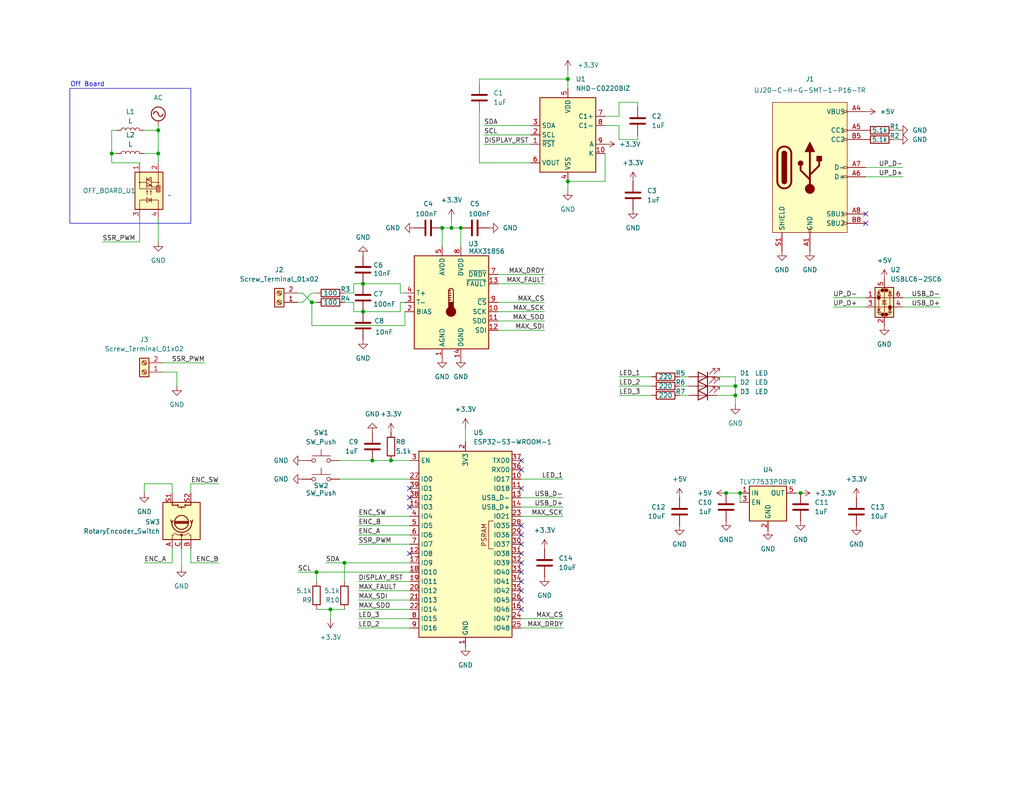
<source format=kicad_sch>
(kicad_sch (version 20250114) (generator "eeschema") (generator_version "9.0")
  (paper "USLetter")
  (title_block (title "Tube Furnace Schematic") (date "2025-10-16") (rev "v3") (company "Waterloo Hacker Fab"))
  (lib_symbols
    (symbol "Connector:Screw_Terminal_01x02" (pin_names (offset 1.016) (hide yes))
      (property "Reference" "J" (at 0 2.54 0))
      (property "Value" "Screw_Terminal_01x02" (at 0 -5.08 0))
      (symbol "Screw_Terminal_01x02_1_1"
        (pin passive line (at -5.08 0 0) (length 3.81) (name "Pin_1") (number "1"))
        (pin passive line (at -5.08 -2.54 0) (length 3.81) (name "Pin_2") (number "2"))
      )
    )
    (symbol "Device:C" (pin_numbers (hide yes)) (pin_names (offset 0.254))
      (property "Reference" "C" (at 0.635 2.54 0))
      (property "Value" "C" (at 0.635 -2.54 0))
      (symbol "C_1_1"
        (pin passive line (at 0 3.81 270) (length 2.794) (name "~") (number "1"))
        (pin passive line (at 0 -3.81 90) (length 2.794) (name "~") (number "2"))
      )
    )
    (symbol "Device:L" (pin_numbers (hide yes)) (pin_names (offset 1.016) (hide yes))
      (property "Reference" "L" (at -1.27 0 90))
      (property "Value" "L" (at 1.905 0 90))
      (symbol "L_1_1"
        (pin passive line (at 0 3.81 270) (length 1.27) (name "1") (number "1"))
        (pin passive line (at 0 -3.81 90) (length 1.27) (name "2") (number "2"))
      )
    )
    (symbol "Device:LED" (pin_numbers (hide yes)) (pin_names (offset 1.016) (hide yes))
      (property "Reference" "D" (at 0 2.54 0))
      (property "Value" "LED" (at 0 -2.54 0))
      (symbol "LED_1_1"
        (pin passive line (at -3.81 0 0) (length 2.54) (name "K") (number "1"))
        (pin passive line (at 3.81 0 180) (length 2.54) (name "A") (number "2"))
      )
    )
    (symbol "Device:R" (pin_numbers (hide yes)) (pin_names (offset 0))
      (property "Reference" "R" (at 2.032 0 90))
      (property "Value" "R" (at 0 0 90))
      (symbol "R_1_1"
        (pin passive line (at 0 3.81 270) (length 1.27) (name "~") (number "1"))
        (pin passive line (at 0 -3.81 90) (length 1.27) (name "~") (number "2"))
      )
    )
    (symbol "Device:RotaryEncoder_Switch" (pin_names (offset 0.254) (hide yes))
      (property "Reference" "SW" (at 0 6.604 0))
      (property "Value" "RotaryEncoder_Switch" (at 0 -6.604 0))
      (symbol "RotaryEncoder_Switch_1_1"
        (pin passive line (at -7.62 2.54 0) (length 2.54) (name "A") (number "A"))
        (pin passive line (at -7.62 0 0) (length 2.54) (name "C") (number "C"))
        (pin passive line (at -7.62 -2.54 0) (length 2.54) (name "B") (number "B"))
        (pin passive line (at 7.62 2.54 180) (length 2.54) (name "S1") (number "S1"))
        (pin passive line (at 7.62 -2.54 180) (length 2.54) (name "S2") (number "S2"))
      )
    )
    (symbol "Display_Character:NHD-C0220BIZ"
      (property "Reference" "U" (at -6.35 11.43 0))
      (property "Value" "NHD-C0220BIZ" (at 8.89 11.43 0))
      (symbol "NHD-C0220BIZ_1_1"
        (pin bidirectional line (at -10.16 2.54 0) (length 2.54) (name "SDA") (number "3"))
        (pin input line (at -10.16 0 0) (length 2.54) (name "SCL") (number "2"))
        (pin input line (at -10.16 -2.54 0) (length 2.54) (name "~{RST}") (number "1"))
        (pin passive line (at -10.16 -7.62 0) (length 2.54) (name "VOUT") (number "6"))
        (pin power_in line (at 0 12.7 270) (length 2.54) (name "VDD") (number "5"))
        (pin power_in line (at 0 -12.7 90) (length 2.54) (name "VSS") (number "4"))
        (pin passive line (at 10.16 5.08 180) (length 2.54) (name "C1+") (number "7"))
        (pin passive line (at 10.16 2.54 180) (length 2.54) (name "C1-") (number "8"))
        (pin passive line (at 10.16 -2.54 180) (length 2.54) (name "A") (number "9"))
        (pin passive line (at 10.16 -5.08 180) (length 2.54) (name "K") (number "10"))
      )
    )
    (symbol "Power_Protection:USBLC6-2SC6" (pin_names (hide yes))
      (property "Reference" "U" (at 0.635 5.715 0))
      (property "Value" "USBLC6-2SC6" (at 0.635 3.81 0))
      (symbol "USBLC6-2SC6_1_1"
        (pin passive line (at -5.08 0 0) (length 2.54) (name "I/O1") (number "1"))
        (pin passive line (at -5.08 -2.54 0) (length 2.54) (name "I/O2") (number "3"))
        (pin passive line (at 0 5.08 270) (length 2.54) (name "VBUS") (number "5"))
        (pin passive line (at 0 -7.62 90) (length 2.54) (name "GND") (number "2"))
        (pin passive line (at 5.08 0 180) (length 2.54) (name "I/O1") (number "6"))
        (pin passive line (at 5.08 -2.54 180) (length 2.54) (name "I/O2") (number "4"))
      )
    )
    (symbol "RF_Module:ESP32-S3-WROOM-1"
      (property "Reference" "U" (at -12.7 26.67 0))
      (property "Value" "ESP32-S3-WROOM-1" (at 12.7 26.67 0))
      (symbol "ESP32-S3-WROOM-1_0_0"
        (text "PSRAM" (at 5.08 2.54 900) (effects (font (size 1.27 1.27))))
      )
      (symbol "ESP32-S3-WROOM-1_1_1"
        (pin input line (at -15.24 22.86 0) (length 2.54) (name "EN") (number "3"))
        (pin bidirectional line (at -15.24 17.78 0) (length 2.54) (name "IO0") (number "27"))
        (pin bidirectional line (at -15.24 15.24 0) (length 2.54) (name "IO1") (number "39"))
        (pin bidirectional line (at -15.24 12.7 0) (length 2.54) (name "IO2") (number "38"))
        (pin bidirectional line (at -15.24 10.16 0) (length 2.54) (name "IO3") (number "15"))
        (pin bidirectional line (at -15.24 7.62 0) (length 2.54) (name "IO4") (number "4"))
        (pin bidirectional line (at -15.24 5.08 0) (length 2.54) (name "IO5") (number "5"))
        (pin bidirectional line (at -15.24 2.54 0) (length 2.54) (name "IO6") (number "6"))
        (pin bidirectional line (at -15.24 0 0) (length 2.54) (name "IO7") (number "7"))
        (pin bidirectional line (at -15.24 -2.54 0) (length 2.54) (name "IO8") (number "12"))
        (pin bidirectional line (at -15.24 -5.08 0) (length 2.54) (name "IO9") (number "17"))
        (pin bidirectional line (at -15.24 -7.62 0) (length 2.54) (name "IO10") (number "18"))
        (pin bidirectional line (at -15.24 -10.16 0) (length 2.54) (name "IO11") (number "19"))
        (pin bidirectional line (at -15.24 -12.7 0) (length 2.54) (name "IO12") (number "20"))
        (pin bidirectional line (at -15.24 -15.24 0) (length 2.54) (name "IO13") (number "21"))
        (pin bidirectional line (at -15.24 -17.78 0) (length 2.54) (name "IO14") (number "22"))
        (pin bidirectional line (at -15.24 -20.32 0) (length 2.54) (name "IO15") (number "8"))
        (pin bidirectional line (at -15.24 -22.86 0) (length 2.54) (name "IO16") (number "9"))
        (pin power_in line (at 0 27.94 270) (length 2.54) (name "3V3") (number "2"))
        (pin power_in line (at 0 -27.94 90) (length 2.54) (name "GND") (number "1"))
        (pin passive line (at 0 -27.94 90) (length 2.54) (hide yes) (name "GND") (number "40"))
        (pin passive line (at 0 -27.94 90) (length 2.54) (hide yes) (name "GND") (number "41"))
        (pin bidirectional line (at 15.24 22.86 180) (length 2.54) (name "TXD0") (number "37"))
        (pin bidirectional line (at 15.24 20.32 180) (length 2.54) (name "RXD0") (number "36"))
        (pin bidirectional line (at 15.24 17.78 180) (length 2.54) (name "IO17") (number "10"))
        (pin bidirectional line (at 15.24 15.24 180) (length 2.54) (name "IO18") (number "11"))
        (pin bidirectional line (at 15.24 12.7 180) (length 2.54) (name "USB_D-") (number "13"))
        (pin bidirectional line (at 15.24 10.16 180) (length 2.54) (name "USB_D+") (number "14"))
        (pin bidirectional line (at 15.24 7.62 180) (length 2.54) (name "IO21") (number "23"))
        (pin bidirectional line (at 15.24 5.08 180) (length 2.54) (name "IO35") (number "28"))
        (pin bidirectional line (at 15.24 2.54 180) (length 2.54) (name "IO36") (number "29"))
        (pin bidirectional line (at 15.24 0 180) (length 2.54) (name "IO37") (number "30"))
        (pin bidirectional line (at 15.24 -2.54 180) (length 2.54) (name "IO38") (number "31"))
        (pin bidirectional line (at 15.24 -5.08 180) (length 2.54) (name "IO39") (number "32"))
        (pin bidirectional line (at 15.24 -7.62 180) (length 2.54) (name "IO40") (number "33"))
        (pin bidirectional line (at 15.24 -10.16 180) (length 2.54) (name "IO41") (number "34"))
        (pin bidirectional line (at 15.24 -12.7 180) (length 2.54) (name "IO42") (number "35"))
        (pin bidirectional line (at 15.24 -15.24 180) (length 2.54) (name "IO45") (number "26"))
        (pin bidirectional line (at 15.24 -17.78 180) (length 2.54) (name "IO46") (number "16"))
        (pin bidirectional line (at 15.24 -20.32 180) (length 2.54) (name "IO47") (number "24"))
        (pin bidirectional line (at 15.24 -22.86 180) (length 2.54) (name "IO48") (number "25"))
      )
    )
    (symbol "Relay_SolidState:HHG1D-1"
      (property "Reference" "U" (at -5.08 5.08 0))
      (property "Value" "HHG1D-1" (at 0 5.08 0))
      (symbol "HHG1D-1_0_0"
        (text "ZCD" (at 0.508 -2.54 0) (effects (font (size 0.508 0.508))))
      )
      (symbol "HHG1D-1_1_1"
        (pin passive line (at -7.62 2.54 0) (length 2.54) (name "~") (number "3"))
        (pin passive line (at -7.62 -2.54 0) (length 2.54) (name "~") (number "4"))
        (pin passive line (at 7.62 2.54 180) (length 2.54) (name "~") (number "1"))
        (pin passive line (at 7.62 -2.54 180) (length 2.54) (name "~") (number "2"))
      )
    )
    (symbol "Sensor_Temperature:MAX31856"
      (property "Reference" "U" (at -7.62 13.97 0))
      (property "Value" "MAX31856" (at 13.97 13.97 0))
      (symbol "MAX31856_1_1"
        (pin input line (at -12.7 2.54 0) (length 2.54) (name "T+") (number "4"))
        (pin input line (at -12.7 0 0) (length 2.54) (name "T-") (number "3"))
        (pin input line (at -12.7 -2.54 0) (length 2.54) (name "BIAS") (number "2"))
        (pin no_connect line (at -10.16 -7.62 0) (length 2.54) (hide yes) (name "DNC") (number "6"))
        (pin power_in line (at -2.54 15.24 270) (length 2.54) (name "AVDD") (number "5"))
        (pin power_in line (at -2.54 -15.24 90) (length 2.54) (name "AGND") (number "1"))
        (pin power_in line (at 2.54 15.24 270) (length 2.54) (name "DVDD") (number "8"))
        (pin power_in line (at 2.54 -15.24 90) (length 2.54) (name "DGND") (number "14"))
        (pin output line (at 12.7 7.62 180) (length 2.54) (name "~{DRDY}") (number "7"))
        (pin output line (at 12.7 5.08 180) (length 2.54) (name "~{FAULT}") (number "13"))
        (pin input line (at 12.7 0 180) (length 2.54) (name "~{CS}") (number "9"))
        (pin input line (at 12.7 -2.54 180) (length 2.54) (name "SCK") (number "10"))
        (pin output line (at 12.7 -5.08 180) (length 2.54) (name "SDO") (number "11"))
        (pin input line (at 12.7 -7.62 180) (length 2.54) (name "SDI") (number "12"))
      )
    )
    (symbol "Switch:SW_Push" (pin_numbers (hide yes)) (pin_names (offset 1.016) (hide yes))
      (property "Reference" "SW" (at 1.27 2.54 0))
      (property "Value" "SW_Push" (at 0 -1.524 0))
      (symbol "SW_Push_0_1"
        (pin passive line (at -5.08 0 0) (length 2.54) (name "1") (number "1"))
        (pin passive line (at 5.08 0 180) (length 2.54) (name "2") (number "2"))
      )
    )
    (symbol "TLV775xxPDBVR:TLV77533PDBVR"
      (property "Reference" "U" (at 0 0 0))
      (symbol "TLV77533PDBVR_1_1"
        (text "TLV77533PDBVR" (at 0 -2.032 0) (effects (font (size 1.27 1.27))))
        (pin power_in line (at -7.62 -5.08 0) (length 2.54) (name "IN") (number "1"))
        (pin input line (at -7.62 -7.62 0) (length 2.54) (name "EN") (number "3"))
        (pin power_in line (at 0 -15.24 90) (length 2.54) (name "GND") (number "2"))
        (pin passive line (at 0 -15.24 90) (length 2.54) (hide yes) (name "NC") (number "4"))
        (pin power_out line (at 7.62 -5.08 180) (length 2.54) (name "OUT") (number "5"))
      )
    )
    (symbol "UJ20-C-H-G-SMT-1-P16-TR:UJ20-C-H-G-SMT-1-P16-TR"
      (property "Reference" "J" (at 0 0 0))
      (symbol "UJ20-C-H-G-SMT-1-P16-TR_1_1"
        (text "UJ20-C-H-G-SMT-1-P16-TR" (at 0 -3.048 0) (effects (font (size 1.27 1.27))))
        (pin passive line (at -7.62 -46.99 90) (length 5.08) (name "SHIELD") (number "S1"))
        (pin passive line (at 0 -46.99 90) (length 5.08) (name "GND") (number "A1"))
        (pin passive line (at 0 -46.99 90) (length 5.08) (hide yes) (name "GND") (number "A12"))
        (pin passive line (at 0 -46.99 90) (length 5.08) (hide yes) (name "GND") (number "B1"))
        (pin passive line (at 0 -46.99 90) (length 5.08) (hide yes) (name "GND") (number "B12"))
        (pin passive line (at 15.24 -8.89 180) (length 5.08) (name "VBUS") (number "A4"))
        (pin passive line (at 15.24 -8.89 180) (length 5.08) (hide yes) (name "VBUS") (number "A9"))
        (pin passive line (at 15.24 -8.89 180) (length 5.08) (hide yes) (name "VBUS") (number "B4"))
        (pin passive line (at 15.24 -8.89 180) (length 5.08) (hide yes) (name "VBUS") (number "B9"))
        (pin bidirectional line (at 15.24 -13.97 180) (length 5.08) (name "CC1") (number "A5"))
        (pin bidirectional line (at 15.24 -16.51 180) (length 5.08) (name "CC2") (number "B5"))
        (pin bidirectional line (at 15.24 -24.13 180) (length 5.08) (name "D-") (number "A7"))
        (pin bidirectional line (at 15.24 -24.13 180) (length 5.08) (hide yes) (name "D-") (number "B7"))
        (pin bidirectional line (at 15.24 -26.67 180) (length 5.08) (name "D+") (number "A6"))
        (pin bidirectional line (at 15.24 -26.67 180) (length 5.08) (hide yes) (name "D+") (number "B6"))
        (pin bidirectional line (at 15.24 -36.83 180) (length 5.08) (name "SBU1") (number "A8"))
        (pin bidirectional line (at 15.24 -39.37 180) (length 5.08) (name "SBU2") (number "B8"))
      )
    )
    (symbol "power:+3.3V" (power) (pin_numbers (hide yes)) (pin_names (offset 0) (hide yes))
      (property "Value" "+3.3V" (at 0 3.556 0))
      (symbol "+3.3V_1_1"
        (pin power_in line (at 0 0 90) (length 0) (name "~") (number "1"))
      )
    )
    (symbol "power:+5V" (power) (pin_numbers (hide yes)) (pin_names (offset 0) (hide yes))
      (property "Value" "+5V" (at 0 3.556 0))
      (symbol "+5V_1_1"
        (pin power_in line (at 0 0 90) (length 0) (name "~") (number "1"))
      )
    )
    (symbol "power:AC" (power) (pin_numbers (hide yes)) (pin_names (offset 0) (hide yes))
      (property "Value" "AC" (at 0 6.35 0))
      (symbol "AC_1_1"
        (pin power_in line (at 0 0 90) (length 0) (name "~") (number "1"))
      )
    )
    (symbol "power:GND" (power) (pin_numbers (hide yes)) (pin_names (offset 0) (hide yes))
      (property "Value" "GND" (at 0 -3.81 0))
      (symbol "GND_1_1"
        (pin power_in line (at 0 0 270) (length 0) (name "~") (number "1"))
      )
    )
  )
  (rectangle (start 19.05 24.13) (end 52.07 60.96))
  (text "Off Board" (at 23.876 23.114 0) (effects (font (size 1.27 1.27))))
  (junction (at 30.48 41.91))
  (junction (at 85.09 82.55))
  (junction (at 218.44 134.62))
  (junction (at 43.18 35.56))
  (junction (at 125.73 62.23))
  (junction (at 101.6 125.73))
  (junction (at 106.68 125.73))
  (junction (at 99.06 77.47))
  (junction (at 200.66 105.41))
  (junction (at 123.19 62.23))
  (junction (at 198.12 134.62))
  (junction (at 154.94 49.53))
  (junction (at 43.18 41.91))
  (junction (at 201.93 134.62))
  (junction (at 86.36 156.21))
  (junction (at 154.94 21.59))
  (junction (at 90.17 166.37))
  (junction (at 93.98 153.67))
  (junction (at 200.66 107.95))
  (junction (at 99.06 85.09))
  (junction (at 120.65 62.23))
  (no_connect (at 142.24 146.05))
  (no_connect (at 111.76 135.89))
  (no_connect (at 142.24 166.37))
  (no_connect (at 142.24 128.27))
  (no_connect (at 142.24 156.21))
  (no_connect (at 236.22 58.42))
  (no_connect (at 142.24 158.75))
  (no_connect (at 142.24 151.13))
  (no_connect (at 111.76 133.35))
  (no_connect (at 236.22 60.96))
  (no_connect (at 111.76 138.43))
  (no_connect (at 142.24 143.51))
  (no_connect (at 142.24 148.59))
  (no_connect (at 111.76 151.13))
  (no_connect (at 142.24 125.73))
  (no_connect (at 142.24 133.35))
  (no_connect (at 142.24 161.29))
  (no_connect (at 142.24 153.67))
  (no_connect (at 142.24 163.83))
  (wire (pts (xy 86.36 156.21) (xy 111.76 156.21)))
  (wire (pts (xy 168.91 105.41) (xy 177.8 105.41)))
  (wire (pts (xy 123.19 59.69) (xy 123.19 62.23)))
  (wire (pts (xy 173.99 38.1) (xy 173.99 36.83)))
  (wire (pts (xy 110.49 82.55) (xy 109.22 82.55)))
  (wire (pts (xy 135.89 82.55) (xy 148.59 82.55)))
  (wire (pts (xy 168.91 38.1) (xy 173.99 38.1)))
  (wire (pts (xy 200.66 107.95) (xy 200.66 110.49)))
  (wire (pts (xy 245.11 35.56) (xy 243.84 35.56)))
  (wire (pts (xy 93.98 153.67) (xy 111.76 153.67)))
  (wire (pts (xy 142.24 135.89) (xy 153.67 135.89)))
  (wire (pts (xy 97.79 163.83) (xy 111.76 163.83)))
  (wire (pts (xy 93.98 166.37) (xy 90.17 166.37)))
  (wire (pts (xy 97.79 143.51) (xy 111.76 143.51)))
  (wire (pts (xy 97.79 140.97) (xy 111.76 140.97)))
  (wire (pts (xy 97.79 148.59) (xy 111.76 148.59)))
  (wire (pts (xy 173.99 27.94) (xy 173.99 29.21)))
  (wire (pts (xy 44.45 101.6) (xy 48.26 101.6)))
  (wire (pts (xy 110.49 80.01) (xy 109.22 80.01)))
  (wire (pts (xy 200.66 105.41) (xy 200.66 107.95)))
  (wire (pts (xy 200.66 105.41) (xy 195.58 105.41)))
  (wire (pts (xy 81.28 80.01) (xy 82.55 80.01)))
  (wire (pts (xy 245.11 38.1) (xy 243.84 38.1)))
  (wire (pts (xy 142.24 140.97) (xy 153.67 140.97)))
  (wire (pts (xy 217.17 134.62) (xy 218.44 134.62)))
  (wire (pts (xy 154.94 19.05) (xy 154.94 21.59)))
  (wire (pts (xy 85.09 88.9) (xy 110.49 88.9)))
  (wire (pts (xy 92.71 130.81) (xy 111.76 130.81)))
  (wire (pts (xy 39.37 35.56) (xy 43.18 35.56)))
  (wire (pts (xy 125.73 62.23) (xy 125.73 67.31)))
  (wire (pts (xy 123.19 62.23) (xy 125.73 62.23)))
  (wire (pts (xy 120.65 62.23) (xy 123.19 62.23)))
  (wire (pts (xy 52.07 132.08) (xy 59.69 132.08)))
  (wire (pts (xy 110.49 88.9) (xy 110.49 85.09)))
  (wire (pts (xy 82.55 80.01) (xy 85.09 82.55)))
  (wire (pts (xy 39.37 132.08) (xy 46.99 132.08)))
  (wire (pts (xy 46.99 132.08) (xy 46.99 134.62)))
  (wire (pts (xy 93.98 153.67) (xy 88.9 153.67)))
  (wire (pts (xy 81.28 82.55) (xy 82.55 82.55)))
  (wire (pts (xy 96.52 77.47) (xy 99.06 77.47)))
  (wire (pts (xy 97.79 158.75) (xy 111.76 158.75)))
  (wire (pts (xy 109.22 82.55) (xy 109.22 85.09)))
  (wire (pts (xy 86.36 156.21) (xy 81.28 156.21)))
  (wire (pts (xy 165.1 31.75) (xy 168.91 31.75)))
  (wire (pts (xy 109.22 85.09) (xy 99.06 85.09)))
  (wire (pts (xy 49.53 149.86) (xy 49.53 154.94)))
  (wire (pts (xy 30.48 35.56) (xy 31.75 35.56)))
  (wire (pts (xy 236.22 45.72) (xy 246.38 45.72)))
  (wire (pts (xy 154.94 49.53) (xy 154.94 52.07)))
  (wire (pts (xy 93.98 82.55) (xy 96.52 82.55)))
  (wire (pts (xy 52.07 153.67) (xy 59.69 153.67)))
  (wire (pts (xy 90.17 166.37) (xy 86.36 166.37)))
  (wire (pts (xy 97.79 161.29) (xy 111.76 161.29)))
  (wire (pts (xy 85.09 82.55) (xy 85.09 88.9)))
  (wire (pts (xy 185.42 102.87) (xy 187.96 102.87)))
  (wire (pts (xy 106.68 125.73) (xy 111.76 125.73)))
  (wire (pts (xy 256.54 83.82) (xy 246.38 83.82)))
  (wire (pts (xy 30.48 41.91) (xy 31.75 41.91)))
  (wire (pts (xy 142.24 138.43) (xy 153.67 138.43)))
  (wire (pts (xy 85.09 80.01) (xy 82.55 82.55)))
  (wire (pts (xy 227.33 81.28) (xy 236.22 81.28)))
  (wire (pts (xy 96.52 82.55) (xy 96.52 85.09)))
  (wire (pts (xy 135.89 85.09) (xy 148.59 85.09)))
  (wire (pts (xy 48.26 101.6) (xy 48.26 105.41)))
  (wire (pts (xy 142.24 130.81) (xy 153.67 130.81)))
  (wire (pts (xy 130.81 30.48) (xy 130.81 44.45)))
  (wire (pts (xy 46.99 149.86) (xy 46.99 153.67)))
  (wire (pts (xy 52.07 134.62) (xy 52.07 132.08)))
  (wire (pts (xy 109.22 80.01) (xy 109.22 77.47)))
  (wire (pts (xy 165.1 34.29) (xy 168.91 34.29)))
  (wire (pts (xy 85.09 82.55) (xy 86.36 82.55)))
  (wire (pts (xy 227.33 83.82) (xy 236.22 83.82)))
  (wire (pts (xy 130.81 44.45) (xy 144.78 44.45)))
  (wire (pts (xy 86.36 158.75) (xy 86.36 156.21)))
  (wire (pts (xy 246.38 81.28) (xy 256.54 81.28)))
  (wire (pts (xy 148.59 74.93) (xy 135.89 74.93)))
  (wire (pts (xy 30.48 35.56) (xy 30.48 41.91)))
  (wire (pts (xy 168.91 34.29) (xy 168.91 38.1)))
  (wire (pts (xy 201.93 134.62) (xy 201.93 137.16)))
  (wire (pts (xy 43.18 34.29) (xy 43.18 35.56)))
  (wire (pts (xy 132.08 39.37) (xy 144.78 39.37)))
  (wire (pts (xy 168.91 27.94) (xy 173.99 27.94)))
  (wire (pts (xy 97.79 146.05) (xy 111.76 146.05)))
  (wire (pts (xy 97.79 168.91) (xy 111.76 168.91)))
  (wire (pts (xy 132.08 36.83) (xy 144.78 36.83)))
  (wire (pts (xy 142.24 171.45) (xy 153.67 171.45)))
  (wire (pts (xy 168.91 31.75) (xy 168.91 27.94)))
  (wire (pts (xy 30.48 44.45) (xy 38.1 44.45)))
  (wire (pts (xy 198.12 134.62) (xy 201.93 134.62)))
  (wire (pts (xy 130.81 21.59) (xy 130.81 22.86)))
  (wire (pts (xy 43.18 59.69) (xy 43.18 66.04)))
  (wire (pts (xy 52.07 149.86) (xy 52.07 153.67)))
  (wire (pts (xy 185.42 105.41) (xy 187.96 105.41)))
  (wire (pts (xy 200.66 107.95) (xy 195.58 107.95)))
  (wire (pts (xy 236.22 48.26) (xy 246.38 48.26)))
  (wire (pts (xy 93.98 158.75) (xy 93.98 153.67)))
  (wire (pts (xy 96.52 80.01) (xy 96.52 77.47)))
  (wire (pts (xy 90.17 168.91) (xy 90.17 166.37)))
  (wire (pts (xy 92.71 125.73) (xy 101.6 125.73)))
  (wire (pts (xy 39.37 134.62) (xy 39.37 132.08)))
  (wire (pts (xy 168.91 102.87) (xy 177.8 102.87)))
  (wire (pts (xy 96.52 85.09) (xy 99.06 85.09)))
  (wire (pts (xy 185.42 107.95) (xy 187.96 107.95)))
  (wire (pts (xy 43.18 41.91) (xy 43.18 44.45)))
  (wire (pts (xy 86.36 80.01) (xy 85.09 80.01)))
  (wire (pts (xy 120.65 62.23) (xy 120.65 67.31)))
  (wire (pts (xy 200.66 105.41) (xy 200.66 102.87)))
  (wire (pts (xy 93.98 80.01) (xy 96.52 80.01)))
  (wire (pts (xy 109.22 77.47) (xy 99.06 77.47)))
  (wire (pts (xy 97.79 166.37) (xy 111.76 166.37)))
  (wire (pts (xy 38.1 66.04) (xy 38.1 59.69)))
  (wire (pts (xy 97.79 171.45) (xy 111.76 171.45)))
  (wire (pts (xy 39.37 41.91) (xy 43.18 41.91)))
  (wire (pts (xy 168.91 107.95) (xy 177.8 107.95)))
  (wire (pts (xy 39.37 153.67) (xy 46.99 153.67)))
  (wire (pts (xy 127 116.84) (xy 127 120.65)))
  (wire (pts (xy 132.08 34.29) (xy 144.78 34.29)))
  (wire (pts (xy 165.1 41.91) (xy 165.1 49.53)))
  (wire (pts (xy 27.94 66.04) (xy 38.1 66.04)))
  (wire (pts (xy 30.48 44.45) (xy 30.48 41.91)))
  (wire (pts (xy 142.24 168.91) (xy 153.67 168.91)))
  (wire (pts (xy 165.1 49.53) (xy 154.94 49.53)))
  (wire (pts (xy 135.89 90.17) (xy 148.59 90.17)))
  (wire (pts (xy 200.66 102.87) (xy 195.58 102.87)))
  (wire (pts (xy 101.6 125.73) (xy 106.68 125.73)))
  (wire (pts (xy 148.59 77.47) (xy 135.89 77.47)))
  (wire (pts (xy 44.45 99.06) (xy 55.88 99.06)))
  (wire (pts (xy 130.81 21.59) (xy 154.94 21.59)))
  (wire (pts (xy 154.94 21.59) (xy 154.94 24.13)))
  (wire (pts (xy 135.89 87.63) (xy 148.59 87.63)))
  (wire (pts (xy 43.18 35.56) (xy 43.18 41.91)))
  (label "ENC_SW" (at 59.69 132.08 180))
  (label "SCL" (at 132.08 36.83 0))
  (label "MAX_SDO" (at 97.79 166.37 0))
  (label "USB_D-" (at 153.67 135.89 180))
  (label "MAX_DRDY" (at 153.67 171.45 180))
  (label "SDA" (at 88.9 153.67 0))
  (label "MAX_SDI" (at 97.79 163.83 0))
  (label "ENC_A" (at 97.79 146.05 0))
  (label "MAX_SDO" (at 148.59 87.63 180))
  (label "DISPLAY_RST" (at 97.79 158.75 0))
  (label "LED_3" (at 97.79 168.91 0))
  (label "UP_D-" (at 227.33 81.28 0))
  (label "UP_D+" (at 246.38 48.26 180))
  (label "ENC_SW" (at 97.79 140.97 0))
  (label "USB_D-" (at 256.54 81.28 180))
  (label "MAX_CS" (at 153.67 168.91 180))
  (label "MAX_FAULT" (at 148.59 77.47 180))
  (label "SCL" (at 81.28 156.21 0))
  (label "LED_2" (at 97.79 171.45 0))
  (label "DISPLAY_RST" (at 132.08 39.37 0))
  (label "SDA" (at 132.08 34.29 0))
  (label "LED_2" (at 168.91 105.41 0))
  (label "MAX_SDI" (at 148.59 90.17 180))
  (label "UP_D-" (at 246.38 45.72 180))
  (label "ENC_B" (at 59.69 153.67 180))
  (label "ENC_B" (at 97.79 143.51 0))
  (label "ENC_A" (at 39.37 153.67 0))
  (label "MAX_FAULT" (at 97.79 161.29 0))
  (label "SSR_PWM" (at 27.94 66.04 0))
  (label "USB_D+" (at 256.54 83.82 180))
  (label "MAX_CS" (at 148.59 82.55 180))
  (label "LED_1" (at 153.67 130.81 180))
  (label "MAX_SCK" (at 153.67 140.97 180))
  (label "MAX_SCK" (at 148.59 85.09 180))
  (label "USB_D+" (at 153.67 138.43 180))
  (label "SSR_PWM" (at 97.79 148.59 0))
  (label "MAX_DRDY" (at 148.59 74.93 180))
  (label "LED_1" (at 168.91 102.87 0))
  (label "SSR_PWM" (at 55.88 99.06 180))
  (label "UP_D+" (at 227.33 83.82 0))
  (label "LED_3" (at 168.91 107.95 0))
  (symbol (lib_id "Device:RotaryEncoder_Switch") (at 49.53 142.24 90) (unit 1)
    (property "Reference" "SW3" (at 43.688 142.494 90) (effects (justify left)))
    (property "Value" "RotaryEncoder_Switch" (at 43.688 145.034 90) (effects (justify left)))
    (property "Footprint" "!footprints:PEC164120FS0012" (effects (hide yes)))
    (property "Description" "Rotary encoder, dual channel, incremental quadrate outputs, with switch" (effects (hide yes)))
  )
  (symbol (lib_id "power:GND") (at 200.66 110.49 0) (unit 1)
    (property "Reference" "#PWR023" (effects (hide yes)))
    (property "Value" "GND" (at 200.66 115.57 0))
    (property "Description" "Power symbol creates a global label with name \"GND\" , ground" (effects (hide yes)))
  )
  (symbol (lib_id "power:+5V") (at 236.22 30.48 270) (unit 1)
    (property "Reference" "#PWR02" (effects (hide yes)))
    (property "Value" "+5V" (at 240.03 30.4799 90) (effects (justify left)))
    (property "Description" "Power symbol creates a global label with name \"+5V\"" (effects (hide yes)))
  )
  (symbol (lib_id "Device:C") (at 116.84 62.23 90) (unit 1)
    (property "Reference" "C4" (at 116.84 55.626 90))
    (property "Value" "100nF" (at 116.332 58.42 90))
    (property "Footprint" "Capacitor_SMD:C_0805_2012Metric" (effects (hide yes)))
    (property "Description" "Unpolarized capacitor" (effects (hide yes)))
  )
  (symbol (lib_id "Device:R") (at 181.61 102.87 90) (unit 1)
    (property "Reference" "R5" (at 185.674 101.854 90))
    (property "Value" "220" (at 181.61 102.87 90))
    (property "Footprint" "Resistor_SMD:R_0805_2012Metric_Pad1.20x1.40mm_HandSolder" (effects (hide yes)))
    (property "Description" "Resistor" (effects (hide yes)))
  )
  (symbol (lib_id "UJ20-C-H-G-SMT-1-P16-TR:UJ20-C-H-G-SMT-1-P16-TR") (at 220.98 21.59 0) (unit 1)
    (property "Reference" "J1" (at 220.98 21.59 0))
    (property "Footprint" "!footprints:UJ20-C-H-G-SMT-1-P16-TR" (effects (hide yes)))
  )
  (symbol (lib_id "Device:R") (at 106.68 121.92 0) (unit 1)
    (property "Reference" "R8" (at 107.95 120.65 0) (effects (justify left)))
    (property "Value" "5.1k" (at 107.95 123.19 0) (effects (justify left)))
    (property "Footprint" "Resistor_SMD:R_0805_2012Metric_Pad1.20x1.40mm_HandSolder" (effects (hide yes)))
    (property "Description" "Resistor" (effects (hide yes)))
  )
  (symbol (lib_id "power:+3.3V") (at 233.68 135.89 0) (unit 1)
    (property "Reference" "#PWR033" (effects (hide yes)))
    (property "Value" "+3.3V" (at 233.68 130.81 0))
    (property "Description" "Power symbol creates a global label with name \"+3.3V\"" (effects (hide yes)))
  )
  (symbol (lib_id "Switch:SW_Push") (at 87.63 130.81 0) (unit 1)
    (property "Reference" "SW2" (at 87.63 132.588 0))
    (property "Value" "SW_Push" (at 87.63 134.62 0))
    (property "Footprint" "Button_Switch_THT:SW_TH_Tactile_Omron_B3F-102x" (effects (hide yes)))
    (property "Description" "Push button switch, generic, two pins" (effects (hide yes)))
  )
  (symbol (lib_id "power:+5V") (at 198.12 134.62 90) (unit 1)
    (property "Reference" "#PWR030" (effects (hide yes)))
    (property "Value" "+5V" (at 194.31 134.6199 90) (effects (justify left)))
    (property "Description" "Power symbol creates a global label with name \"+5V\"" (effects (hide yes)))
  )
  (symbol (lib_id "Connector:Screw_Terminal_01x02") (at 39.37 101.6 180) (unit 1)
    (property "Reference" "J3" (at 39.37 92.71 0))
    (property "Value" "Screw_Terminal_01x02" (at 39.37 95.25 0))
    (property "Footprint" "!footprints:TE_282837-2" (effects (hide yes)))
    (property "Description" "Generic screw terminal, single row, 01x02, script generated (kicad-library-utils/schlib/autogen/connector/)" (effects (hide yes)))
  )
  (symbol (lib_id "power:GND") (at 120.65 97.79 0) (unit 1)
    (property "Reference" "#PWR020" (effects (hide yes)))
    (property "Value" "GND" (at 120.65 102.87 0))
    (property "Description" "Power symbol creates a global label with name \"GND\" , ground" (effects (hide yes)))
  )
  (symbol (lib_id "power:+3.3V") (at 165.1 39.37 270) (unit 1)
    (property "Reference" "#PWR06" (effects (hide yes)))
    (property "Value" "+3.3V" (at 168.91 39.3699 90) (effects (justify left)))
    (property "Description" "Power symbol creates a global label with name \"+3.3V\"" (effects (hide yes)))
  )
  (symbol (lib_id "power:GND") (at 220.98 68.58 0) (unit 1)
    (property "Reference" "#PWR015" (effects (hide yes)))
    (property "Value" "GND" (at 220.98 73.66 0))
    (property "Description" "Power symbol creates a global label with name \"GND\" , ground" (effects (hide yes)))
  )
  (symbol (lib_id "Device:C") (at 173.99 33.02 0) (unit 1)
    (property "Reference" "C2" (at 177.8 31.7499 0) (effects (justify left)))
    (property "Value" "1uF" (at 177.8 34.2899 0) (effects (justify left)))
    (property "Footprint" "Capacitor_SMD:C_0805_2012Metric" (effects (hide yes)))
    (property "Description" "Unpolarized capacitor" (effects (hide yes)))
  )
  (symbol (lib_id "power:GND") (at 82.55 125.73 270) (unit 1)
    (property "Reference" "#PWR027" (effects (hide yes)))
    (property "Value" "GND" (at 78.74 125.7299 90) (effects (justify right)))
    (property "Description" "Power symbol creates a global label with name \"GND\" , ground" (effects (hide yes)))
  )
  (symbol (lib_id "power:+5V") (at 241.3 76.2 0) (unit 1)
    (property "Reference" "#PWR017" (effects (hide yes)))
    (property "Value" "+5V" (at 241.3 71.12 0))
    (property "Description" "Power symbol creates a global label with name \"+5V\"" (effects (hide yes)))
  )
  (symbol (lib_id "power:GND") (at 99.06 69.85 180) (unit 1)
    (property "Reference" "#PWR016" (effects (hide yes)))
    (property "Value" "GND" (at 99.06 64.77 0))
    (property "Description" "Power symbol creates a global label with name \"GND\" , ground" (effects (hide yes)))
  )
  (symbol (lib_id "power:GND") (at 127 176.53 0) (unit 1)
    (property "Reference" "#PWR043" (effects (hide yes)))
    (property "Value" "GND" (at 127 181.61 0))
    (property "Description" "Power symbol creates a global label with name \"GND\" , ground" (effects (hide yes)))
  )
  (symbol (lib_id "power:+3.3V") (at 218.44 134.62 270) (mirror x) (unit 1)
    (property "Reference" "#PWR031" (effects (hide yes)))
    (property "Value" "+3.3V" (at 222.25 134.6199 90) (effects (justify left)))
    (property "Description" "Power symbol creates a global label with name \"+3.3V\"" (effects (hide yes)))
  )
  (symbol (lib_id "Device:L") (at 35.56 41.91 90) (unit 1) (on_board no)
    (property "Reference" "L2" (at 35.56 36.83 90))
    (property "Value" "L" (at 35.56 39.37 90))
    (property "Description" "Inductor" (effects (hide yes)))
  )
  (symbol (lib_id "power:GND") (at 133.35 62.23 90) (unit 1)
    (property "Reference" "#PWR012" (effects (hide yes)))
    (property "Value" "GND" (at 137.16 62.2299 90) (effects (justify right)))
    (property "Description" "Power symbol creates a global label with name \"GND\" , ground" (effects (hide yes)))
  )
  (symbol (lib_id "Sensor_Temperature:MAX31856") (at 123.19 82.55 0) (unit 1)
    (property "Reference" "U3" (at 127.762 66.548 0) (effects (justify left)))
    (property "Value" "MAX31856" (at 127.762 68.58 0) (effects (justify left)))
    (property "Footprint" "Package_SO:TSSOP-14_4.4x5mm_P0.65mm" (effects (hide yes)))
    (property "Datasheet" "https://datasheets.maximintegrated.com/en/ds/MAX31856.pdf" (effects (hide yes)))
    (property "Description" "Precision Thermocouple to Digital Converter with Linearization, TSSOP-14" (effects (hide yes)))
  )
  (symbol (lib_id "power:GND") (at 113.03 62.23 270) (unit 1)
    (property "Reference" "#PWR011" (effects (hide yes)))
    (property "Value" "GND" (at 109.22 62.2299 90) (effects (justify right)))
    (property "Description" "Power symbol creates a global label with name \"GND\" , ground" (effects (hide yes)))
  )
  (symbol (lib_id "RF_Module:ESP32-S3-WROOM-1") (at 127 148.59 0) (unit 1)
    (property "Reference" "U5" (at 129.1433 118.11 0) (effects (justify left)))
    (property "Value" "ESP32-S3-WROOM-1" (at 129.1433 120.65 0) (effects (justify left)))
    (property "Footprint" "RF_Module:ESP32-S3-WROOM-1" (effects (hide yes)))
    (property "Datasheet" "https://www.espressif.com/sites/default/files/documentation/esp32-s3-wroom-1_wroom-1u_datasheet_en.pdf" (effects (hide yes)))
    (property "Description" "RF Module, ESP32-S3 SoC, Wi-Fi 802.11b/g/n, Bluetooth, BLE, 32-bit, 3.3V, onboard antenna, SMD" (effects (hide yes)))
  )
  (symbol (lib_id "power:GND") (at 213.36 68.58 0) (unit 1)
    (property "Reference" "#PWR014" (effects (hide yes)))
    (property "Value" "GND" (at 213.36 73.66 0))
    (property "Description" "Power symbol creates a global label with name \"GND\" , ground" (effects (hide yes)))
  )
  (symbol (lib_id "Device:C") (at 101.6 121.92 0) (mirror y) (unit 1)
    (property "Reference" "C9" (at 97.79 120.6499 0) (effects (justify left)))
    (property "Value" "1uF" (at 97.79 123.1899 0) (effects (justify left)))
    (property "Footprint" "Capacitor_SMD:C_0805_2012Metric" (effects (hide yes)))
    (property "Description" "Unpolarized capacitor" (effects (hide yes)))
  )
  (symbol (lib_id "power:GND") (at 241.3 88.9 0) (unit 1)
    (property "Reference" "#PWR018" (effects (hide yes)))
    (property "Value" "GND" (at 241.3 93.98 0))
    (property "Description" "Power symbol creates a global label with name \"GND\" , ground" (effects (hide yes)))
  )
  (symbol (lib_id "Device:C") (at 99.06 88.9 0) (unit 1)
    (property "Reference" "C8" (at 102.108 87.63 0) (effects (justify left)))
    (property "Value" "10nF" (at 102.362 90.678 0) (effects (justify left)))
    (property "Footprint" "Capacitor_SMD:C_0805_2012Metric" (effects (hide yes)))
    (property "Description" "Unpolarized capacitor" (effects (hide yes)))
  )
  (symbol (lib_id "Device:C") (at 185.42 139.7 0) (mirror y) (unit 1)
    (property "Reference" "C12" (at 181.61 138.4299 0) (effects (justify left)))
    (property "Value" "10uF" (at 181.61 140.9699 0) (effects (justify left)))
    (property "Footprint" "Capacitor_SMD:C_1206_3216Metric_Pad1.33x1.80mm_HandSolder" (effects (hide yes)))
    (property "Description" "Unpolarized capacitor" (effects (hide yes)))
  )
  (symbol (lib_id "power:GND") (at 185.42 143.51 0) (unit 1)
    (property "Reference" "#PWR036" (effects (hide yes)))
    (property "Value" "GND" (at 185.42 148.59 0))
    (property "Description" "Power symbol creates a global label with name \"GND\" , ground" (effects (hide yes)))
  )
  (symbol (lib_id "power:GND") (at 99.06 92.71 0) (unit 1)
    (property "Reference" "#PWR019" (effects (hide yes)))
    (property "Value" "GND" (at 99.06 97.79 0))
    (property "Description" "Power symbol creates a global label with name \"GND\" , ground" (effects (hide yes)))
  )
  (symbol (lib_id "Device:C") (at 130.81 26.67 0) (unit 1)
    (property "Reference" "C1" (at 134.62 25.3999 0) (effects (justify left)))
    (property "Value" "1uF" (at 134.62 27.9399 0) (effects (justify left)))
    (property "Footprint" "Capacitor_SMD:C_0805_2012Metric" (effects (hide yes)))
    (property "Description" "Unpolarized capacitor" (effects (hide yes)))
  )
  (symbol (lib_id "Relay_SolidState:HHG1D-1") (at 40.64 52.07 90) (unit 1) (on_board no)
    (property "Reference" "OFF_BOARD_U1" (at 22.606 52.07 90) (effects (justify right)))
    (property "Value" "~" (at 45.72 53.34 90) (effects (justify right)))
    (property "Datasheet" "https://ncr.hk/uploads/Relays/Solid_State_Relays/HHG1D-1.pdf" (effects (hide yes)))
    (property "Description" "NCR zero cross solid state relay 1A, 2A, 3A, 4A" (effects (hide yes)))
  )
  (symbol (lib_id "power:GND") (at 154.94 52.07 0) (unit 1)
    (property "Reference" "#PWR08" (effects (hide yes)))
    (property "Value" "GND" (at 154.94 57.15 0))
    (property "Description" "Power symbol creates a global label with name \"GND\" , ground" (effects (hide yes)))
  )
  (symbol (lib_id "power:GND") (at 125.73 97.79 0) (unit 1)
    (property "Reference" "#PWR021" (effects (hide yes)))
    (property "Value" "GND" (at 125.73 102.87 0))
    (property "Description" "Power symbol creates a global label with name \"GND\" , ground" (effects (hide yes)))
  )
  (symbol (lib_id "power:GND") (at 198.12 142.24 0) (unit 1)
    (property "Reference" "#PWR034" (effects (hide yes)))
    (property "Value" "GND" (at 198.12 147.32 0))
    (property "Description" "Power symbol creates a global label with name \"GND\" , ground" (effects (hide yes)))
  )
  (symbol (lib_id "power:+5V") (at 185.42 135.89 0) (unit 1)
    (property "Reference" "#PWR032" (effects (hide yes)))
    (property "Value" "+5V" (at 185.42 130.81 0))
    (property "Description" "Power symbol creates a global label with name \"+5V\"" (effects (hide yes)))
  )
  (symbol (lib_id "power:GND") (at 39.37 134.62 0) (unit 1)
    (property "Reference" "#PWR029" (effects (hide yes)))
    (property "Value" "GND" (at 39.37 139.7 0))
    (property "Description" "Power symbol creates a global label with name \"GND\" , ground" (effects (hide yes)))
  )
  (symbol (lib_id "power:GND") (at 172.72 57.15 0) (unit 1)
    (property "Reference" "#PWR09" (effects (hide yes)))
    (property "Value" "GND" (at 172.72 62.23 0))
    (property "Description" "Power symbol creates a global label with name \"GND\" , ground" (effects (hide yes)))
  )
  (symbol (lib_id "TLV775xxPDBVR:TLV77533PDBVR") (at 209.55 129.54 0) (unit 1)
    (property "Reference" "U4" (at 209.55 128.27 0))
    (property "Footprint" "!footprints:SOT-23-5" (effects (hide yes)))
  )
  (symbol (lib_id "Device:C") (at 218.44 138.43 0) (unit 1)
    (property "Reference" "C11" (at 222.25 137.1599 0) (effects (justify left)))
    (property "Value" "1uF" (at 222.25 139.6999 0) (effects (justify left)))
    (property "Footprint" "Capacitor_SMD:C_0805_2012Metric" (effects (hide yes)))
    (property "Description" "Unpolarized capacitor" (effects (hide yes)))
  )
  (symbol (lib_id "power:+3.3V") (at 106.68 118.11 0) (unit 1)
    (property "Reference" "#PWR026" (effects (hide yes)))
    (property "Value" "+3.3V" (at 106.68 113.03 0))
    (property "Description" "Power symbol creates a global label with name \"+3.3V\"" (effects (hide yes)))
  )
  (symbol (lib_id "Device:R") (at 90.17 80.01 90) (unit 1)
    (property "Reference" "R3" (at 94.234 78.994 90))
    (property "Value" "100" (at 90.17 80.01 90))
    (property "Footprint" "Resistor_SMD:R_0805_2012Metric_Pad1.20x1.40mm_HandSolder" (effects (hide yes)))
    (property "Description" "Resistor" (effects (hide yes)))
  )
  (symbol (lib_id "power:GND") (at 209.55 144.78 0) (unit 1)
    (property "Reference" "#PWR038" (effects (hide yes)))
    (property "Value" "GND" (at 209.55 149.86 0))
    (property "Description" "Power symbol creates a global label with name \"GND\" , ground" (effects (hide yes)))
  )
  (symbol (lib_id "Device:LED") (at 191.77 102.87 180) (unit 1)
    (property "Reference" "D1" (at 203.2 101.854 0))
    (property "Value" "LED" (at 207.772 101.854 0))
    (property "Footprint" "Diode_SMD:D_0805_2012Metric_Pad1.15x1.40mm_HandSolder" (effects (hide yes)))
    (property "Description" "Light emitting diode" (effects (hide yes)))
    (property "Sim.Pins" "1=K 2=A" (effects (hide yes)))
  )
  (symbol (lib_id "Device:C") (at 233.68 139.7 0) (unit 1)
    (property "Reference" "C13" (at 237.49 138.4299 0) (effects (justify left)))
    (property "Value" "10uF" (at 237.49 140.9699 0) (effects (justify left)))
    (property "Footprint" "Capacitor_SMD:C_1206_3216Metric_Pad1.33x1.80mm_HandSolder" (effects (hide yes)))
    (property "Description" "Unpolarized capacitor" (effects (hide yes)))
  )
  (symbol (lib_id "Device:R") (at 86.36 162.56 180) (unit 1)
    (property "Reference" "R9" (at 85.09 163.83 0) (effects (justify left)))
    (property "Value" "5.1k" (at 85.09 161.29 0) (effects (justify left)))
    (property "Footprint" "Resistor_SMD:R_0805_2012Metric_Pad1.20x1.40mm_HandSolder" (effects (hide yes)))
    (property "Description" "Resistor" (effects (hide yes)))
  )
  (symbol (lib_id "Device:L") (at 35.56 35.56 90) (unit 1) (on_board no)
    (property "Reference" "L1" (at 35.56 30.48 90))
    (property "Value" "L" (at 35.56 33.02 90))
    (property "Description" "Inductor" (effects (hide yes)))
  )
  (symbol (lib_id "power:AC") (at 43.18 34.29 0) (unit 1)
    (property "Reference" "#PWR03" (effects (hide yes)))
    (property "Value" "AC" (at 43.18 26.67 0))
    (property "Description" "Power symbol creates a global label with name \"AC\"" (effects (hide yes)))
  )
  (symbol (lib_id "power:GND") (at 245.11 38.1 90) (unit 1)
    (property "Reference" "#PWR05" (effects (hide yes)))
    (property "Value" "GND" (at 248.92 38.0999 90) (effects (justify right)))
    (property "Description" "Power symbol creates a global label with name \"GND\" , ground" (effects (hide yes)))
  )
  (symbol (lib_id "Device:LED") (at 191.77 105.41 180) (unit 1)
    (property "Reference" "D2" (at 203.2 104.394 0))
    (property "Value" "LED" (at 207.772 104.394 0))
    (property "Footprint" "Diode_SMD:D_0805_2012Metric_Pad1.15x1.40mm_HandSolder" (effects (hide yes)))
    (property "Description" "Light emitting diode" (effects (hide yes)))
    (property "Sim.Pins" "1=K 2=A" (effects (hide yes)))
  )
  (symbol (lib_id "power:GND") (at 233.68 143.51 0) (unit 1)
    (property "Reference" "#PWR037" (effects (hide yes)))
    (property "Value" "GND" (at 233.68 148.59 0))
    (property "Description" "Power symbol creates a global label with name \"GND\" , ground" (effects (hide yes)))
  )
  (symbol (lib_id "power:GND") (at 43.18 66.04 0) (unit 1)
    (property "Reference" "#PWR013" (effects (hide yes)))
    (property "Value" "GND" (at 43.18 71.12 0))
    (property "Description" "Power symbol creates a global label with name \"GND\" , ground" (effects (hide yes)))
  )
  (symbol (lib_id "Device:LED") (at 191.77 107.95 180) (unit 1)
    (property "Reference" "D3" (at 203.2 106.934 0))
    (property "Value" "LED" (at 207.772 106.934 0))
    (property "Footprint" "Diode_SMD:D_0805_2012Metric_Pad1.15x1.40mm_HandSolder" (effects (hide yes)))
    (property "Description" "Light emitting diode" (effects (hide yes)))
    (property "Sim.Pins" "1=K 2=A" (effects (hide yes)))
  )
  (symbol (lib_id "Device:C") (at 99.06 81.28 0) (unit 1)
    (property "Reference" "C7" (at 101.854 80.264 0) (effects (justify left)))
    (property "Value" "100nF" (at 101.854 83.058 0) (effects (justify left)))
    (property "Footprint" "Capacitor_SMD:C_0805_2012Metric" (effects (hide yes)))
    (property "Description" "Unpolarized capacitor" (effects (hide yes)))
  )
  (symbol (lib_id "Device:R") (at 181.61 105.41 90) (unit 1)
    (property "Reference" "R6" (at 185.674 104.394 90))
    (property "Value" "220" (at 181.61 105.41 90))
    (property "Footprint" "Resistor_SMD:R_0805_2012Metric_Pad1.20x1.40mm_HandSolder" (effects (hide yes)))
    (property "Description" "Resistor" (effects (hide yes)))
  )
  (symbol (lib_id "power:GND") (at 82.55 130.81 270) (unit 1)
    (property "Reference" "#PWR028" (effects (hide yes)))
    (property "Value" "GND" (at 78.74 130.8099 90) (effects (justify right)))
    (property "Description" "Power symbol creates a global label with name \"GND\" , ground" (effects (hide yes)))
  )
  (symbol (lib_id "power:+3.3V") (at 172.72 49.53 0) (unit 1)
    (property "Reference" "#PWR07" (effects (hide yes)))
    (property "Value" "+3.3V" (at 172.72 44.45 0))
    (property "Description" "Power symbol creates a global label with name \"+3.3V\"" (effects (hide yes)))
  )
  (symbol (lib_id "Device:R") (at 240.03 38.1 90) (unit 1)
    (property "Reference" "R2" (at 244.094 37.084 90))
    (property "Value" "5.1k" (at 240.03 38.1 90))
    (property "Footprint" "Resistor_SMD:R_0805_2012Metric_Pad1.20x1.40mm_HandSolder" (effects (hide yes)))
    (property "Description" "Resistor" (effects (hide yes)))
  )
  (symbol (lib_id "Switch:SW_Push") (at 87.63 125.73 0) (unit 1)
    (property "Reference" "SW1" (at 87.63 118.11 0))
    (property "Value" "SW_Push" (at 87.63 120.65 0))
    (property "Footprint" "Button_Switch_THT:SW_TH_Tactile_Omron_B3F-102x" (effects (hide yes)))
    (property "Description" "Push button switch, generic, two pins" (effects (hide yes)))
  )
  (symbol (lib_id "power:GND") (at 218.44 142.24 0) (unit 1)
    (property "Reference" "#PWR035" (effects (hide yes)))
    (property "Value" "GND" (at 218.44 147.32 0))
    (property "Description" "Power symbol creates a global label with name \"GND\" , ground" (effects (hide yes)))
  )
  (symbol (lib_id "power:+3.3V") (at 123.19 59.69 0) (mirror y) (unit 1)
    (property "Reference" "#PWR010" (effects (hide yes)))
    (property "Value" "+3.3V" (at 123.19 54.61 0))
    (property "Description" "Power symbol creates a global label with name \"+3.3V\"" (effects (hide yes)))
  )
  (symbol (lib_id "power:+3.3V") (at 148.59 149.86 0) (unit 1)
    (property "Reference" "#PWR039" (effects (hide yes)))
    (property "Value" "+3.3V" (at 148.59 144.78 0))
    (property "Description" "Power symbol creates a global label with name \"+3.3V\"" (effects (hide yes)))
  )
  (symbol (lib_id "Device:C") (at 148.59 153.67 0) (unit 1)
    (property "Reference" "C14" (at 152.4 152.3999 0) (effects (justify left)))
    (property "Value" "10uF" (at 152.4 154.9399 0) (effects (justify left)))
    (property "Footprint" "Capacitor_SMD:C_0805_2012Metric" (effects (hide yes)))
    (property "Description" "Unpolarized capacitor" (effects (hide yes)))
  )
  (symbol (lib_id "power:GND") (at 48.26 105.41 0) (unit 1)
    (property "Reference" "#PWR022" (effects (hide yes)))
    (property "Value" "GND" (at 48.26 110.49 0))
    (property "Description" "Power symbol creates a global label with name \"GND\" , ground" (effects (hide yes)))
  )
  (symbol (lib_id "Device:C") (at 99.06 73.66 0) (unit 1)
    (property "Reference" "C6" (at 101.854 72.39 0) (effects (justify left)))
    (property "Value" "10nF" (at 101.854 74.676 0) (effects (justify left)))
    (property "Footprint" "Capacitor_SMD:C_0805_2012Metric" (effects (hide yes)))
    (property "Description" "Unpolarized capacitor" (effects (hide yes)))
  )
  (symbol (lib_id "power:GND") (at 148.59 157.48 0) (unit 1)
    (property "Reference" "#PWR041" (effects (hide yes)))
    (property "Value" "GND" (at 148.59 162.56 0))
    (property "Description" "Power symbol creates a global label with name \"GND\" , ground" (effects (hide yes)))
  )
  (symbol (lib_id "Device:R") (at 240.03 35.56 90) (unit 1)
    (property "Reference" "R1" (at 244.094 34.544 90))
    (property "Value" "5.1k" (at 240.03 35.56 90))
    (property "Footprint" "Resistor_SMD:R_0805_2012Metric_Pad1.20x1.40mm_HandSolder" (effects (hide yes)))
    (property "Description" "Resistor" (effects (hide yes)))
  )
  (symbol (lib_id "Device:R") (at 90.17 82.55 90) (unit 1)
    (property "Reference" "R4" (at 94.234 81.534 90))
    (property "Value" "100" (at 90.17 82.55 90))
    (property "Footprint" "Resistor_SMD:R_0805_2012Metric_Pad1.20x1.40mm_HandSolder" (effects (hide yes)))
    (property "Description" "Resistor" (effects (hide yes)))
  )
  (symbol (lib_id "power:GND") (at 49.53 154.94 0) (unit 1)
    (property "Reference" "#PWR040" (effects (hide yes)))
    (property "Value" "GND" (at 49.53 160.02 0))
    (property "Description" "Power symbol creates a global label with name \"GND\" , ground" (effects (hide yes)))
  )
  (symbol (lib_id "power:GND") (at 101.6 118.11 180) (unit 1)
    (property "Reference" "#PWR025" (effects (hide yes)))
    (property "Value" "GND" (at 101.6 113.03 0))
    (property "Description" "Power symbol creates a global label with name \"GND\" , ground" (effects (hide yes)))
  )
  (symbol (lib_id "Device:C") (at 198.12 138.43 0) (mirror y) (unit 1)
    (property "Reference" "C10" (at 194.31 137.1599 0) (effects (justify left)))
    (property "Value" "1uF" (at 194.31 139.6999 0) (effects (justify left)))
    (property "Footprint" "Capacitor_SMD:C_0805_2012Metric" (effects (hide yes)))
    (property "Description" "Unpolarized capacitor" (effects (hide yes)))
  )
  (symbol (lib_id "power:+5V") (at 154.94 19.05 0) (unit 1)
    (property "Reference" "#PWR01" (effects (hide yes)))
    (property "Value" "+3.3V" (at 157.48 17.7799 0) (effects (justify left)))
    (property "Description" "Power symbol creates a global label with name \"+5V\"" (effects (hide yes)))
  )
  (symbol (lib_id "Device:R") (at 181.61 107.95 90) (unit 1)
    (property "Reference" "R7" (at 185.674 106.934 90))
    (property "Value" "220" (at 181.61 107.95 90))
    (property "Footprint" "Resistor_SMD:R_0805_2012Metric_Pad1.20x1.40mm_HandSolder" (effects (hide yes)))
    (property "Description" "Resistor" (effects (hide yes)))
  )
  (symbol (lib_id "Device:C") (at 172.72 53.34 0) (unit 1)
    (property "Reference" "C3" (at 176.53 52.0699 0) (effects (justify left)))
    (property "Value" "1uF" (at 176.53 54.6099 0) (effects (justify left)))
    (property "Footprint" "Capacitor_SMD:C_0805_2012Metric" (effects (hide yes)))
    (property "Description" "Unpolarized capacitor" (effects (hide yes)))
  )
  (symbol (lib_id "power:+3.3V") (at 127 116.84 0) (unit 1)
    (property "Reference" "#PWR024" (effects (hide yes)))
    (property "Value" "+3.3V" (at 127 111.76 0))
    (property "Description" "Power symbol creates a global label with name \"+3.3V\"" (effects (hide yes)))
  )
  (symbol (lib_id "Device:C") (at 129.54 62.23 90) (unit 1)
    (property "Reference" "C5" (at 129.54 55.626 90))
    (property "Value" "100nF" (at 130.81 58.42 90))
    (property "Footprint" "Capacitor_SMD:C_0805_2012Metric" (effects (hide yes)))
    (property "Description" "Unpolarized capacitor" (effects (hide yes)))
  )
  (symbol (lib_id "Connector:Screw_Terminal_01x02") (at 76.2 82.55 180) (unit 1)
    (property "Reference" "J2" (at 76.2 73.66 0))
    (property "Value" "Screw_Terminal_01x02" (at 76.2 76.2 0))
    (property "Footprint" "!footprints:TE_282837-2" (effects (hide yes)))
    (property "Description" "Generic screw terminal, single row, 01x02, script generated (kicad-library-utils/schlib/autogen/connector/)" (effects (hide yes)))
  )
  (symbol (lib_id "power:+3.3V") (at 90.17 168.91 180) (unit 1)
    (property "Reference" "#PWR042" (effects (hide yes)))
    (property "Value" "+3.3V" (at 90.17 173.99 0))
    (property "Description" "Power symbol creates a global label with name \"+3.3V\"" (effects (hide yes)))
  )
  (symbol (lib_id "Device:R") (at 93.98 162.56 180) (unit 1)
    (property "Reference" "R10" (at 92.71 163.83 0) (effects (justify left)))
    (property "Value" "5.1k" (at 92.71 161.29 0) (effects (justify left)))
    (property "Footprint" "Resistor_SMD:R_0805_2012Metric_Pad1.20x1.40mm_HandSolder" (effects (hide yes)))
    (property "Description" "Resistor" (effects (hide yes)))
  )
  (symbol (lib_id "Display_Character:NHD-C0220BIZ") (at 154.94 36.83 0) (unit 1)
    (property "Reference" "U1" (at 157.0833 21.59 0) (effects (justify left)))
    (property "Value" "NHD-C0220BIZ" (at 157.0833 24.13 0) (effects (justify left)))
    (property "Footprint" "Display:NHD-C0220BiZ" (effects (hide yes)))
    (property "Datasheet" "http://www.newhavendisplay.com/specs/NHD-C0220BiZ-FSW-FBW-3V3M.pdf" (effects (hide yes)))
    (property "Description" "LCD 20x2 Alphanumeric 10pin Blue/White/Green Backlight, i2c, 3.3V VDD" (effects (hide yes)))
  )
  (symbol (lib_id "power:GND") (at 245.11 35.56 90) (unit 1)
    (property "Reference" "#PWR04" (effects (hide yes)))
    (property "Value" "GND" (at 248.92 35.5599 90) (effects (justify right)))
    (property "Description" "Power symbol creates a global label with name \"GND\" , ground" (effects (hide yes)))
  )
  (symbol (lib_id "Power_Protection:USBLC6-2SC6") (at 241.3 81.28 0) (unit 1)
    (property "Reference" "U2" (at 242.9511 73.66 0) (effects (justify left)))
    (property "Value" "USBLC6-2SC6" (at 242.9511 76.2 0) (effects (justify left)))
    (property "Footprint" "Package_TO_SOT_SMD:SOT-23-6" (effects (hide yes)))
    (property "Datasheet" "https://www.st.com/resource/en/datasheet/usblc6-2.pdf" (effects (hide yes)))
    (property "Description" "Very low capacitance ESD protection diode, 2 data-line, SOT-23-6" (effects (hide yes)))
  )
)
</source>
